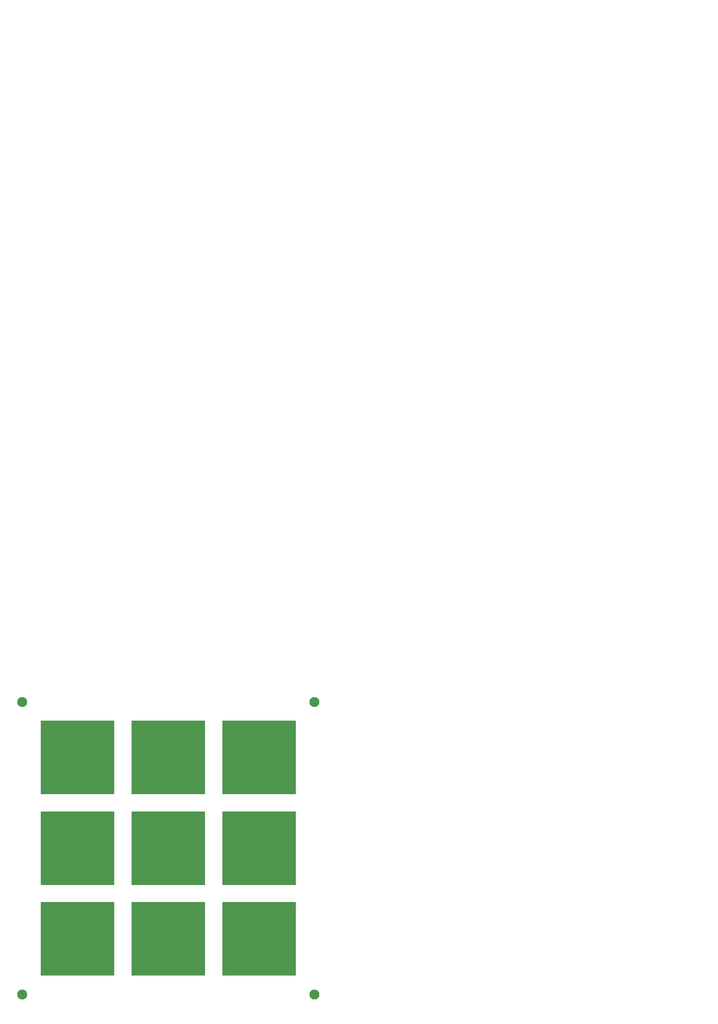
<source format=gbr>
%TF.GenerationSoftware,Altium Limited,Altium Designer,20.1.12 (249)*%
G04 Layer_Physical_Order=1*
G04 Layer_Color=255*
%FSLAX26Y26*%
%MOIN*%
%TF.SameCoordinates,CA7D9046-92CB-40F9-A92D-93637F7DD4E4*%
%TF.FilePolarity,Positive*%
%TF.FileFunction,Copper,L1,Top,Signal*%
%TF.Part,Single*%
G01*
G75*
%TA.AperFunction,ViaPad*%
%ADD10R,0.610236X0.610236*%
%ADD11C,0.082677*%
G36*
X5782598Y8184882D02*
D01*
D02*
G37*
D10*
X634252Y2135236D02*
D03*
X1383465D02*
D03*
X2132638D02*
D03*
Y1386024D02*
D03*
Y636811D02*
D03*
X634252Y1386024D02*
D03*
X1383465D02*
D03*
Y636811D02*
D03*
X634252D02*
D03*
D11*
X2589921Y177165D02*
D03*
Y2590551D02*
D03*
D03*
D03*
X176536Y177165D02*
D03*
Y2590551D02*
D03*
%TF.MD5,5c904e8d1737b3848d6d4e41d17eeb7f*%
M02*

</source>
